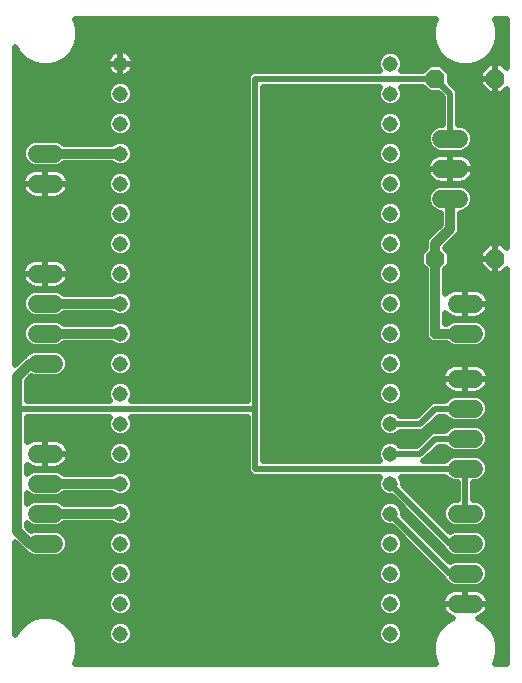
<source format=gbl>
G75*
%MOIN*%
%OFA0B0*%
%FSLAX25Y25*%
%IPPOS*%
%LPD*%
%AMOC8*
5,1,8,0,0,1.08239X$1,22.5*
%
%ADD10C,0.05937*%
%ADD11OC8,0.06300*%
%ADD12C,0.06000*%
%ADD13C,0.05150*%
%ADD14C,0.03200*%
%ADD15C,0.02000*%
D10*
X0018791Y0047000D02*
X0024728Y0047000D01*
X0024728Y0057000D02*
X0018791Y0057000D01*
X0018791Y0067000D02*
X0024728Y0067000D01*
X0024728Y0077000D02*
X0018791Y0077000D01*
X0018791Y0107000D02*
X0024728Y0107000D01*
X0024728Y0117000D02*
X0018791Y0117000D01*
X0018791Y0127000D02*
X0024728Y0127000D01*
X0024728Y0137000D02*
X0018791Y0137000D01*
X0018791Y0167000D02*
X0024728Y0167000D01*
X0024728Y0177000D02*
X0018791Y0177000D01*
X0158791Y0127000D02*
X0164728Y0127000D01*
X0164728Y0117000D02*
X0158791Y0117000D01*
X0158791Y0102000D02*
X0164728Y0102000D01*
X0164728Y0092000D02*
X0158791Y0092000D01*
X0158791Y0082000D02*
X0164728Y0082000D01*
X0164728Y0072000D02*
X0158791Y0072000D01*
X0158791Y0057000D02*
X0164728Y0057000D01*
X0164728Y0047000D02*
X0158791Y0047000D01*
X0158791Y0037000D02*
X0164728Y0037000D01*
X0164728Y0027000D02*
X0158791Y0027000D01*
D11*
X0151760Y0142000D03*
X0171760Y0142000D03*
X0171760Y0202000D03*
X0151760Y0202000D03*
D12*
X0153760Y0182000D02*
X0159760Y0182000D01*
X0159760Y0172000D02*
X0153760Y0172000D01*
X0153760Y0162000D02*
X0159760Y0162000D01*
D13*
X0136760Y0157000D03*
X0136760Y0167000D03*
X0136760Y0177000D03*
X0136760Y0187000D03*
X0136760Y0197000D03*
X0136760Y0207000D03*
X0136760Y0147000D03*
X0136760Y0137000D03*
X0136760Y0127000D03*
X0136760Y0117000D03*
X0136760Y0107000D03*
X0136760Y0097000D03*
X0136760Y0087000D03*
X0136760Y0077000D03*
X0136760Y0067000D03*
X0136760Y0057000D03*
X0136760Y0047000D03*
X0136760Y0037000D03*
X0136760Y0027000D03*
X0136760Y0017000D03*
X0046760Y0017000D03*
X0046760Y0027000D03*
X0046760Y0037000D03*
X0046760Y0047000D03*
X0046760Y0057000D03*
X0046760Y0067000D03*
X0046760Y0077000D03*
X0046760Y0087000D03*
X0046760Y0097000D03*
X0046760Y0107000D03*
X0046760Y0117000D03*
X0046760Y0127000D03*
X0046760Y0137000D03*
X0046760Y0147000D03*
X0046760Y0157000D03*
X0046760Y0167000D03*
X0046760Y0177000D03*
X0046760Y0187000D03*
X0046760Y0197000D03*
X0046760Y0207000D03*
D14*
X0046760Y0177000D02*
X0021760Y0177000D01*
X0021760Y0127000D02*
X0046760Y0127000D01*
X0046760Y0117000D02*
X0021760Y0117000D01*
X0021760Y0107000D02*
X0016760Y0107000D01*
X0012360Y0102600D01*
X0012360Y0092000D01*
X0012360Y0051400D01*
X0016760Y0047000D01*
X0021760Y0047000D01*
X0021760Y0057000D02*
X0046760Y0057000D01*
X0046760Y0067000D02*
X0021760Y0067000D01*
X0151760Y0117000D02*
X0151760Y0142000D01*
X0151760Y0147000D01*
X0156760Y0152000D01*
X0156760Y0162000D01*
X0161760Y0117000D02*
X0151760Y0117000D01*
D15*
X0011760Y0047475D02*
X0011760Y0016490D01*
X0013033Y0018696D01*
X0015064Y0020727D01*
X0017551Y0022162D01*
X0020324Y0022905D01*
X0023196Y0022905D01*
X0025969Y0022162D01*
X0028456Y0020727D01*
X0030487Y0018696D01*
X0031922Y0016209D01*
X0032665Y0013436D01*
X0032665Y0010564D01*
X0031922Y0007791D01*
X0031466Y0007000D01*
X0152054Y0007000D01*
X0151598Y0007791D01*
X0150854Y0010564D01*
X0150854Y0013436D01*
X0151598Y0016209D01*
X0153033Y0018696D01*
X0155064Y0020727D01*
X0157551Y0022162D01*
X0157579Y0022170D01*
X0156884Y0022396D01*
X0156187Y0022751D01*
X0155555Y0023210D01*
X0155002Y0023763D01*
X0154542Y0024396D01*
X0154187Y0025093D01*
X0153945Y0025837D01*
X0153823Y0026609D01*
X0153823Y0027000D01*
X0161760Y0027000D01*
X0169697Y0027000D01*
X0169697Y0027391D01*
X0169575Y0028163D01*
X0169333Y0028907D01*
X0168978Y0029604D01*
X0168518Y0030237D01*
X0167965Y0030790D01*
X0167333Y0031249D01*
X0166636Y0031604D01*
X0165892Y0031846D01*
X0165120Y0031968D01*
X0161760Y0031968D01*
X0158400Y0031968D01*
X0157628Y0031846D01*
X0156884Y0031604D01*
X0156187Y0031249D01*
X0155555Y0030790D01*
X0155002Y0030237D01*
X0154542Y0029604D01*
X0154187Y0028907D01*
X0153945Y0028163D01*
X0153823Y0027391D01*
X0153823Y0027000D01*
X0161760Y0027000D01*
X0161760Y0027000D01*
X0161760Y0027000D01*
X0161760Y0031968D01*
X0161760Y0027000D01*
X0169697Y0027000D01*
X0169697Y0026609D01*
X0169575Y0025837D01*
X0169333Y0025093D01*
X0168978Y0024396D01*
X0168518Y0023763D01*
X0167965Y0023210D01*
X0167333Y0022751D01*
X0166636Y0022396D01*
X0165941Y0022170D01*
X0165969Y0022162D01*
X0168456Y0020727D01*
X0170487Y0018696D01*
X0171922Y0016209D01*
X0172665Y0013436D01*
X0172665Y0010564D01*
X0171922Y0007791D01*
X0171466Y0007000D01*
X0175461Y0007000D01*
X0175461Y0138418D01*
X0173893Y0136850D01*
X0171760Y0136850D01*
X0171760Y0142000D01*
X0171760Y0142000D01*
X0171760Y0147150D01*
X0173893Y0147150D01*
X0175461Y0145582D01*
X0175461Y0198418D01*
X0173893Y0196850D01*
X0171760Y0196850D01*
X0171760Y0202000D01*
X0171760Y0202000D01*
X0171760Y0207150D01*
X0173893Y0207150D01*
X0175461Y0205582D01*
X0175461Y0221961D01*
X0171489Y0221961D01*
X0171922Y0221209D01*
X0172665Y0218436D01*
X0172665Y0215564D01*
X0171922Y0212791D01*
X0170487Y0210304D01*
X0168456Y0208273D01*
X0165969Y0206838D01*
X0163196Y0206094D01*
X0160324Y0206094D01*
X0157551Y0206838D01*
X0155064Y0208273D01*
X0153033Y0210304D01*
X0151598Y0212791D01*
X0150854Y0215564D01*
X0150854Y0218436D01*
X0151598Y0221209D01*
X0152031Y0221961D01*
X0031489Y0221961D01*
X0031922Y0221209D01*
X0032665Y0218436D01*
X0032665Y0215564D01*
X0031922Y0212791D01*
X0030487Y0210304D01*
X0028456Y0208273D01*
X0025969Y0206838D01*
X0023196Y0206094D01*
X0020324Y0206094D01*
X0017551Y0206838D01*
X0015064Y0208273D01*
X0013033Y0210304D01*
X0011760Y0212510D01*
X0011760Y0106525D01*
X0014047Y0108813D01*
X0014947Y0109713D01*
X0015111Y0109781D01*
X0016204Y0110873D01*
X0017883Y0111568D01*
X0025637Y0111568D01*
X0027316Y0110873D01*
X0028601Y0109588D01*
X0029297Y0107909D01*
X0029297Y0106091D01*
X0028601Y0104412D01*
X0027316Y0103127D01*
X0025637Y0102431D01*
X0017883Y0102431D01*
X0017058Y0102773D01*
X0015560Y0101275D01*
X0015560Y0094600D01*
X0043256Y0094600D01*
X0043221Y0094635D01*
X0042585Y0096170D01*
X0042585Y0097830D01*
X0043221Y0099365D01*
X0044395Y0100539D01*
X0045930Y0101175D01*
X0047590Y0101175D01*
X0049125Y0100539D01*
X0050299Y0099365D01*
X0050935Y0097830D01*
X0050935Y0096170D01*
X0050299Y0094635D01*
X0050264Y0094600D01*
X0089160Y0094600D01*
X0089160Y0202517D01*
X0089556Y0203473D01*
X0090287Y0204204D01*
X0091243Y0204600D01*
X0133256Y0204600D01*
X0133221Y0204635D01*
X0132585Y0206170D01*
X0132585Y0207830D01*
X0133221Y0209365D01*
X0134395Y0210539D01*
X0135930Y0211175D01*
X0137590Y0211175D01*
X0139125Y0210539D01*
X0140299Y0209365D01*
X0140935Y0207830D01*
X0140935Y0206170D01*
X0140299Y0204635D01*
X0140264Y0204600D01*
X0147642Y0204600D01*
X0149792Y0206750D01*
X0153727Y0206750D01*
X0156510Y0203968D01*
X0156510Y0200927D01*
X0158233Y0199204D01*
X0158964Y0198473D01*
X0159360Y0197517D01*
X0159360Y0186600D01*
X0160675Y0186600D01*
X0162366Y0185900D01*
X0163660Y0184606D01*
X0164360Y0182915D01*
X0164360Y0181085D01*
X0163660Y0179394D01*
X0162366Y0178100D01*
X0160675Y0177400D01*
X0152845Y0177400D01*
X0151154Y0178100D01*
X0149860Y0179394D01*
X0149160Y0181085D01*
X0149160Y0182915D01*
X0149860Y0184606D01*
X0151154Y0185900D01*
X0152845Y0186600D01*
X0154160Y0186600D01*
X0154160Y0195923D01*
X0152833Y0197250D01*
X0149792Y0197250D01*
X0147642Y0199400D01*
X0140264Y0199400D01*
X0140299Y0199365D01*
X0140935Y0197830D01*
X0140935Y0196170D01*
X0140299Y0194635D01*
X0139125Y0193461D01*
X0137590Y0192825D01*
X0135930Y0192825D01*
X0134395Y0193461D01*
X0133221Y0194635D01*
X0132585Y0196170D01*
X0132585Y0197830D01*
X0133221Y0199365D01*
X0133256Y0199400D01*
X0094360Y0199400D01*
X0094360Y0074600D01*
X0133256Y0074600D01*
X0133221Y0074635D01*
X0132585Y0076170D01*
X0132585Y0077830D01*
X0133221Y0079365D01*
X0134395Y0080539D01*
X0135930Y0081175D01*
X0137590Y0081175D01*
X0139125Y0080539D01*
X0140064Y0079600D01*
X0145683Y0079600D01*
X0150287Y0084204D01*
X0151243Y0084600D01*
X0154931Y0084600D01*
X0156204Y0085873D01*
X0157883Y0086568D01*
X0165637Y0086568D01*
X0167316Y0085873D01*
X0168601Y0084588D01*
X0169297Y0082909D01*
X0169297Y0081091D01*
X0168601Y0079412D01*
X0167316Y0078127D01*
X0165637Y0077431D01*
X0157883Y0077431D01*
X0156204Y0078127D01*
X0154931Y0079400D01*
X0152837Y0079400D01*
X0148964Y0075527D01*
X0148233Y0074796D01*
X0147760Y0074600D01*
X0154931Y0074600D01*
X0156204Y0075873D01*
X0157883Y0076568D01*
X0165637Y0076568D01*
X0167316Y0075873D01*
X0168601Y0074588D01*
X0169297Y0072909D01*
X0169297Y0071091D01*
X0168601Y0069412D01*
X0167316Y0068127D01*
X0165637Y0067431D01*
X0164360Y0067431D01*
X0164360Y0061568D01*
X0165637Y0061568D01*
X0167316Y0060873D01*
X0168601Y0059588D01*
X0169297Y0057909D01*
X0169297Y0056091D01*
X0168601Y0054412D01*
X0167316Y0053127D01*
X0165637Y0052431D01*
X0157883Y0052431D01*
X0156204Y0053127D01*
X0154918Y0054412D01*
X0154223Y0056091D01*
X0154223Y0057909D01*
X0154918Y0059588D01*
X0156204Y0060873D01*
X0157883Y0061568D01*
X0159160Y0061568D01*
X0159160Y0067431D01*
X0157883Y0067431D01*
X0156204Y0068127D01*
X0154931Y0069400D01*
X0140264Y0069400D01*
X0140299Y0069365D01*
X0140935Y0067830D01*
X0140935Y0066502D01*
X0156458Y0050979D01*
X0157883Y0051568D01*
X0165637Y0051568D01*
X0167316Y0050873D01*
X0168601Y0049588D01*
X0169297Y0047909D01*
X0169297Y0046091D01*
X0168601Y0044412D01*
X0167316Y0043127D01*
X0165637Y0042431D01*
X0157883Y0042431D01*
X0156204Y0043127D01*
X0154918Y0044412D01*
X0154386Y0045697D01*
X0137258Y0062825D01*
X0135930Y0062825D01*
X0134395Y0063461D01*
X0133221Y0064635D01*
X0132585Y0066170D01*
X0132585Y0067830D01*
X0133221Y0069365D01*
X0133256Y0069400D01*
X0091243Y0069400D01*
X0090287Y0069796D01*
X0089556Y0070527D01*
X0089160Y0071483D01*
X0089160Y0089400D01*
X0050264Y0089400D01*
X0050299Y0089365D01*
X0050935Y0087830D01*
X0050935Y0086170D01*
X0050299Y0084635D01*
X0049125Y0083461D01*
X0047590Y0082825D01*
X0045930Y0082825D01*
X0044395Y0083461D01*
X0043221Y0084635D01*
X0042585Y0086170D01*
X0042585Y0087830D01*
X0043221Y0089365D01*
X0043256Y0089400D01*
X0015560Y0089400D01*
X0015560Y0080794D01*
X0016187Y0081249D01*
X0016884Y0081604D01*
X0017628Y0081846D01*
X0018400Y0081968D01*
X0021760Y0081968D01*
X0021760Y0077000D01*
X0029697Y0077000D01*
X0029697Y0077391D01*
X0029575Y0078163D01*
X0029333Y0078907D01*
X0028978Y0079604D01*
X0028518Y0080237D01*
X0027965Y0080790D01*
X0027333Y0081249D01*
X0026636Y0081604D01*
X0025892Y0081846D01*
X0025120Y0081968D01*
X0021760Y0081968D01*
X0021760Y0077000D01*
X0021760Y0077000D01*
X0021760Y0077000D01*
X0029697Y0077000D01*
X0029697Y0076609D01*
X0029575Y0075837D01*
X0029333Y0075093D01*
X0028978Y0074396D01*
X0028518Y0073763D01*
X0027965Y0073210D01*
X0027333Y0072751D01*
X0026636Y0072396D01*
X0025892Y0072154D01*
X0025120Y0072031D01*
X0021760Y0072031D01*
X0021760Y0077000D01*
X0021760Y0077000D01*
X0021760Y0072031D01*
X0018400Y0072031D01*
X0017628Y0072154D01*
X0016884Y0072396D01*
X0016187Y0072751D01*
X0015560Y0073206D01*
X0015560Y0070229D01*
X0016204Y0070873D01*
X0017883Y0071568D01*
X0025637Y0071568D01*
X0027316Y0070873D01*
X0027989Y0070200D01*
X0044056Y0070200D01*
X0044395Y0070539D01*
X0045930Y0071175D01*
X0047590Y0071175D01*
X0049125Y0070539D01*
X0050299Y0069365D01*
X0050935Y0067830D01*
X0050935Y0066170D01*
X0050299Y0064635D01*
X0049125Y0063461D01*
X0047590Y0062825D01*
X0045930Y0062825D01*
X0044395Y0063461D01*
X0044056Y0063800D01*
X0027989Y0063800D01*
X0027316Y0063127D01*
X0025637Y0062431D01*
X0017883Y0062431D01*
X0016204Y0063127D01*
X0015560Y0063771D01*
X0015560Y0060229D01*
X0016204Y0060873D01*
X0017883Y0061568D01*
X0025637Y0061568D01*
X0027316Y0060873D01*
X0027989Y0060200D01*
X0044056Y0060200D01*
X0044395Y0060539D01*
X0045930Y0061175D01*
X0047590Y0061175D01*
X0049125Y0060539D01*
X0050299Y0059365D01*
X0050935Y0057830D01*
X0050935Y0056170D01*
X0050299Y0054635D01*
X0049125Y0053461D01*
X0047590Y0052825D01*
X0045930Y0052825D01*
X0044395Y0053461D01*
X0044056Y0053800D01*
X0027989Y0053800D01*
X0027316Y0053127D01*
X0025637Y0052431D01*
X0017883Y0052431D01*
X0016204Y0053127D01*
X0015560Y0053771D01*
X0015560Y0052725D01*
X0017058Y0051227D01*
X0017883Y0051568D01*
X0025637Y0051568D01*
X0027316Y0050873D01*
X0028601Y0049588D01*
X0029297Y0047909D01*
X0029297Y0046091D01*
X0028601Y0044412D01*
X0027316Y0043127D01*
X0025637Y0042431D01*
X0017883Y0042431D01*
X0016204Y0043127D01*
X0015111Y0044219D01*
X0014947Y0044287D01*
X0011760Y0047475D01*
X0011760Y0045967D02*
X0013267Y0045967D01*
X0011760Y0043969D02*
X0015362Y0043969D01*
X0011760Y0041970D02*
X0148113Y0041970D01*
X0150111Y0039972D02*
X0139692Y0039972D01*
X0139125Y0040539D02*
X0137590Y0041175D01*
X0135930Y0041175D01*
X0134395Y0040539D01*
X0133221Y0039365D01*
X0132585Y0037830D01*
X0132585Y0036170D01*
X0133221Y0034635D01*
X0134395Y0033461D01*
X0135930Y0032825D01*
X0137590Y0032825D01*
X0139125Y0033461D01*
X0140299Y0034635D01*
X0140935Y0036170D01*
X0140935Y0037830D01*
X0140299Y0039365D01*
X0139125Y0040539D01*
X0137590Y0042825D02*
X0139125Y0043461D01*
X0140299Y0044635D01*
X0140935Y0046170D01*
X0140935Y0047830D01*
X0140299Y0049365D01*
X0139125Y0050539D01*
X0137590Y0051175D01*
X0135930Y0051175D01*
X0134395Y0050539D01*
X0133221Y0049365D01*
X0132585Y0047830D01*
X0132585Y0046170D01*
X0133221Y0044635D01*
X0134395Y0043461D01*
X0135930Y0042825D01*
X0137590Y0042825D01*
X0139633Y0043969D02*
X0146114Y0043969D01*
X0144116Y0045967D02*
X0140851Y0045967D01*
X0140879Y0047966D02*
X0142117Y0047966D01*
X0140119Y0049964D02*
X0139700Y0049964D01*
X0138120Y0051963D02*
X0016323Y0051963D01*
X0015560Y0061955D02*
X0138128Y0061955D01*
X0137590Y0061175D02*
X0135930Y0061175D01*
X0134395Y0060539D01*
X0133221Y0059365D01*
X0132585Y0057830D01*
X0132585Y0056170D01*
X0133221Y0054635D01*
X0134395Y0053461D01*
X0135930Y0052825D01*
X0137258Y0052825D01*
X0154386Y0035697D01*
X0154918Y0034412D01*
X0156204Y0033127D01*
X0157883Y0032431D01*
X0165637Y0032431D01*
X0167316Y0033127D01*
X0168601Y0034412D01*
X0169297Y0036091D01*
X0169297Y0037909D01*
X0168601Y0039588D01*
X0167316Y0040873D01*
X0165637Y0041568D01*
X0157883Y0041568D01*
X0156458Y0040979D01*
X0140935Y0056502D01*
X0140935Y0057830D01*
X0140299Y0059365D01*
X0139125Y0060539D01*
X0137590Y0061175D01*
X0139707Y0059957D02*
X0140126Y0059957D01*
X0140882Y0057958D02*
X0142125Y0057958D01*
X0141477Y0055960D02*
X0144123Y0055960D01*
X0143476Y0053961D02*
X0146122Y0053961D01*
X0145474Y0051963D02*
X0148120Y0051963D01*
X0147473Y0049964D02*
X0150119Y0049964D01*
X0149471Y0047966D02*
X0152117Y0047966D01*
X0151470Y0045967D02*
X0154116Y0045967D01*
X0153468Y0043969D02*
X0155362Y0043969D01*
X0155467Y0041970D02*
X0175461Y0041970D01*
X0175461Y0039972D02*
X0168218Y0039972D01*
X0169270Y0037973D02*
X0175461Y0037973D01*
X0175461Y0035975D02*
X0169249Y0035975D01*
X0168166Y0033976D02*
X0175461Y0033976D01*
X0175461Y0031978D02*
X0011760Y0031978D01*
X0011760Y0033976D02*
X0043880Y0033976D01*
X0044395Y0033461D02*
X0043221Y0034635D01*
X0042585Y0036170D01*
X0042585Y0037830D01*
X0043221Y0039365D01*
X0044395Y0040539D01*
X0045930Y0041175D01*
X0047590Y0041175D01*
X0049125Y0040539D01*
X0050299Y0039365D01*
X0050935Y0037830D01*
X0050935Y0036170D01*
X0050299Y0034635D01*
X0049125Y0033461D01*
X0047590Y0032825D01*
X0045930Y0032825D01*
X0044395Y0033461D01*
X0045930Y0031175D02*
X0044395Y0030539D01*
X0043221Y0029365D01*
X0042585Y0027830D01*
X0042585Y0026170D01*
X0043221Y0024635D01*
X0044395Y0023461D01*
X0045930Y0022825D01*
X0047590Y0022825D01*
X0049125Y0023461D01*
X0050299Y0024635D01*
X0050935Y0026170D01*
X0050935Y0027830D01*
X0050299Y0029365D01*
X0049125Y0030539D01*
X0047590Y0031175D01*
X0045930Y0031175D01*
X0043835Y0029979D02*
X0011760Y0029979D01*
X0011760Y0027981D02*
X0042647Y0027981D01*
X0042663Y0025982D02*
X0011760Y0025982D01*
X0011760Y0023984D02*
X0043872Y0023984D01*
X0045930Y0021175D02*
X0044395Y0020539D01*
X0043221Y0019365D01*
X0042585Y0017830D01*
X0042585Y0016170D01*
X0043221Y0014635D01*
X0044395Y0013461D01*
X0045930Y0012825D01*
X0047590Y0012825D01*
X0049125Y0013461D01*
X0050299Y0014635D01*
X0050935Y0016170D01*
X0050935Y0017830D01*
X0050299Y0019365D01*
X0049125Y0020539D01*
X0047590Y0021175D01*
X0045930Y0021175D01*
X0043843Y0019987D02*
X0029196Y0019987D01*
X0030895Y0017988D02*
X0042651Y0017988D01*
X0042660Y0015990D02*
X0031981Y0015990D01*
X0032517Y0013991D02*
X0043865Y0013991D01*
X0049655Y0013991D02*
X0133865Y0013991D01*
X0134395Y0013461D02*
X0133221Y0014635D01*
X0132585Y0016170D01*
X0132585Y0017830D01*
X0133221Y0019365D01*
X0134395Y0020539D01*
X0135930Y0021175D01*
X0137590Y0021175D01*
X0139125Y0020539D01*
X0140299Y0019365D01*
X0140935Y0017830D01*
X0140935Y0016170D01*
X0140299Y0014635D01*
X0139125Y0013461D01*
X0137590Y0012825D01*
X0135930Y0012825D01*
X0134395Y0013461D01*
X0132660Y0015990D02*
X0050860Y0015990D01*
X0050869Y0017988D02*
X0132651Y0017988D01*
X0133843Y0019987D02*
X0049677Y0019987D01*
X0049648Y0023984D02*
X0133872Y0023984D01*
X0134395Y0023461D02*
X0135930Y0022825D01*
X0137590Y0022825D01*
X0139125Y0023461D01*
X0140299Y0024635D01*
X0140935Y0026170D01*
X0140935Y0027830D01*
X0140299Y0029365D01*
X0139125Y0030539D01*
X0137590Y0031175D01*
X0135930Y0031175D01*
X0134395Y0030539D01*
X0133221Y0029365D01*
X0132585Y0027830D01*
X0132585Y0026170D01*
X0133221Y0024635D01*
X0134395Y0023461D01*
X0132663Y0025982D02*
X0050857Y0025982D01*
X0050873Y0027981D02*
X0132647Y0027981D01*
X0133835Y0029979D02*
X0049685Y0029979D01*
X0049640Y0033976D02*
X0133880Y0033976D01*
X0132666Y0035975D02*
X0050854Y0035975D01*
X0050876Y0037973D02*
X0132644Y0037973D01*
X0133828Y0039972D02*
X0049692Y0039972D01*
X0049125Y0043461D02*
X0047590Y0042825D01*
X0045930Y0042825D01*
X0044395Y0043461D01*
X0043221Y0044635D01*
X0042585Y0046170D01*
X0042585Y0047830D01*
X0043221Y0049365D01*
X0044395Y0050539D01*
X0045930Y0051175D01*
X0047590Y0051175D01*
X0049125Y0050539D01*
X0050299Y0049365D01*
X0050935Y0047830D01*
X0050935Y0046170D01*
X0050299Y0044635D01*
X0049125Y0043461D01*
X0049633Y0043969D02*
X0133887Y0043969D01*
X0132669Y0045967D02*
X0050851Y0045967D01*
X0050879Y0047966D02*
X0132641Y0047966D01*
X0133820Y0049964D02*
X0049700Y0049964D01*
X0049625Y0053961D02*
X0133895Y0053961D01*
X0132672Y0055960D02*
X0050848Y0055960D01*
X0050882Y0057958D02*
X0132638Y0057958D01*
X0133813Y0059957D02*
X0049707Y0059957D01*
X0049618Y0063954D02*
X0133902Y0063954D01*
X0132675Y0065952D02*
X0050845Y0065952D01*
X0050885Y0067951D02*
X0132635Y0067951D01*
X0136760Y0067000D02*
X0156760Y0047000D01*
X0161760Y0047000D01*
X0155474Y0051963D02*
X0175461Y0051963D01*
X0175461Y0053961D02*
X0168151Y0053961D01*
X0169243Y0055960D02*
X0175461Y0055960D01*
X0175461Y0057958D02*
X0169276Y0057958D01*
X0168232Y0059957D02*
X0175461Y0059957D01*
X0175461Y0061955D02*
X0164360Y0061955D01*
X0164360Y0063954D02*
X0175461Y0063954D01*
X0175461Y0065952D02*
X0164360Y0065952D01*
X0166891Y0067951D02*
X0175461Y0067951D01*
X0175461Y0069949D02*
X0168824Y0069949D01*
X0169297Y0071948D02*
X0175461Y0071948D01*
X0175461Y0073946D02*
X0168867Y0073946D01*
X0167143Y0075945D02*
X0175461Y0075945D01*
X0175461Y0077943D02*
X0166873Y0077943D01*
X0168821Y0079942D02*
X0175461Y0079942D01*
X0175461Y0081940D02*
X0169297Y0081940D01*
X0168870Y0083939D02*
X0175461Y0083939D01*
X0175461Y0085937D02*
X0167161Y0085937D01*
X0166855Y0087936D02*
X0175461Y0087936D01*
X0175461Y0089934D02*
X0168818Y0089934D01*
X0168601Y0089412D02*
X0169297Y0091091D01*
X0169297Y0092909D01*
X0168601Y0094588D01*
X0167316Y0095873D01*
X0165637Y0096568D01*
X0157883Y0096568D01*
X0156204Y0095873D01*
X0154931Y0094600D01*
X0151243Y0094600D01*
X0150287Y0094204D01*
X0145683Y0089600D01*
X0140064Y0089600D01*
X0139125Y0090539D01*
X0137590Y0091175D01*
X0135930Y0091175D01*
X0134395Y0090539D01*
X0133221Y0089365D01*
X0132585Y0087830D01*
X0132585Y0086170D01*
X0133221Y0084635D01*
X0134395Y0083461D01*
X0135930Y0082825D01*
X0137590Y0082825D01*
X0139125Y0083461D01*
X0140064Y0084400D01*
X0147277Y0084400D01*
X0148233Y0084796D01*
X0148964Y0085527D01*
X0148964Y0085527D01*
X0152837Y0089400D01*
X0154931Y0089400D01*
X0156204Y0088127D01*
X0157883Y0087431D01*
X0165637Y0087431D01*
X0167316Y0088127D01*
X0168601Y0089412D01*
X0169297Y0091933D02*
X0175461Y0091933D01*
X0175461Y0093932D02*
X0168873Y0093932D01*
X0167179Y0095930D02*
X0175461Y0095930D01*
X0175461Y0097929D02*
X0167578Y0097929D01*
X0167333Y0097751D02*
X0167965Y0098210D01*
X0168518Y0098763D01*
X0168978Y0099396D01*
X0169333Y0100093D01*
X0169575Y0100837D01*
X0169697Y0101609D01*
X0169697Y0102000D01*
X0169697Y0102391D01*
X0169575Y0103163D01*
X0169333Y0103907D01*
X0168978Y0104604D01*
X0168518Y0105237D01*
X0167965Y0105790D01*
X0167333Y0106249D01*
X0166636Y0106604D01*
X0165892Y0106846D01*
X0165120Y0106968D01*
X0161760Y0106968D01*
X0158400Y0106968D01*
X0157628Y0106846D01*
X0156884Y0106604D01*
X0156187Y0106249D01*
X0155555Y0105790D01*
X0155002Y0105237D01*
X0154542Y0104604D01*
X0154187Y0103907D01*
X0153945Y0103163D01*
X0153823Y0102391D01*
X0153823Y0102000D01*
X0161760Y0102000D01*
X0169697Y0102000D01*
X0161760Y0102000D01*
X0161760Y0102000D01*
X0161760Y0102000D01*
X0161760Y0106968D01*
X0161760Y0102000D01*
X0161760Y0097031D01*
X0165120Y0097031D01*
X0165892Y0097154D01*
X0166636Y0097396D01*
X0167333Y0097751D01*
X0169249Y0099927D02*
X0175461Y0099927D01*
X0175461Y0101926D02*
X0169697Y0101926D01*
X0169324Y0103924D02*
X0175461Y0103924D01*
X0175461Y0105923D02*
X0167782Y0105923D01*
X0165637Y0112431D02*
X0167316Y0113127D01*
X0168601Y0114412D01*
X0169297Y0116091D01*
X0169297Y0117909D01*
X0168601Y0119588D01*
X0167316Y0120873D01*
X0165637Y0121568D01*
X0157883Y0121568D01*
X0156204Y0120873D01*
X0155531Y0120200D01*
X0154960Y0120200D01*
X0154960Y0123821D01*
X0155002Y0123763D01*
X0155555Y0123210D01*
X0156187Y0122751D01*
X0156884Y0122396D01*
X0157628Y0122154D01*
X0158400Y0122031D01*
X0161760Y0122031D01*
X0165120Y0122031D01*
X0165892Y0122154D01*
X0166636Y0122396D01*
X0167333Y0122751D01*
X0167965Y0123210D01*
X0168518Y0123763D01*
X0168978Y0124396D01*
X0169333Y0125093D01*
X0169575Y0125837D01*
X0169697Y0126609D01*
X0169697Y0127000D01*
X0169697Y0127391D01*
X0169575Y0128163D01*
X0169333Y0128907D01*
X0168978Y0129604D01*
X0168518Y0130237D01*
X0167965Y0130790D01*
X0167333Y0131249D01*
X0166636Y0131604D01*
X0165892Y0131846D01*
X0165120Y0131968D01*
X0161760Y0131968D01*
X0158400Y0131968D01*
X0157628Y0131846D01*
X0156884Y0131604D01*
X0156187Y0131249D01*
X0155555Y0130790D01*
X0155002Y0130237D01*
X0154960Y0130179D01*
X0154960Y0138482D01*
X0156510Y0140032D01*
X0156510Y0143968D01*
X0154960Y0145518D01*
X0154960Y0145675D01*
X0158573Y0149287D01*
X0159473Y0150187D01*
X0159960Y0151363D01*
X0159960Y0157400D01*
X0160675Y0157400D01*
X0162366Y0158100D01*
X0163660Y0159394D01*
X0164360Y0161085D01*
X0164360Y0162915D01*
X0163660Y0164606D01*
X0162366Y0165900D01*
X0160675Y0166600D01*
X0152845Y0166600D01*
X0151154Y0165900D01*
X0149860Y0164606D01*
X0149160Y0162915D01*
X0149160Y0161085D01*
X0149860Y0159394D01*
X0151154Y0158100D01*
X0152845Y0157400D01*
X0153560Y0157400D01*
X0153560Y0153325D01*
X0149047Y0148813D01*
X0148560Y0147637D01*
X0148560Y0145518D01*
X0147010Y0143968D01*
X0147010Y0140032D01*
X0148560Y0138482D01*
X0148560Y0116363D01*
X0149047Y0115187D01*
X0149947Y0114287D01*
X0151123Y0113800D01*
X0155531Y0113800D01*
X0156204Y0113127D01*
X0157883Y0112431D01*
X0165637Y0112431D01*
X0168106Y0113917D02*
X0175461Y0113917D01*
X0175461Y0115915D02*
X0169224Y0115915D01*
X0169295Y0117914D02*
X0175461Y0117914D01*
X0175461Y0119912D02*
X0168277Y0119912D01*
X0168624Y0123909D02*
X0175461Y0123909D01*
X0175461Y0121911D02*
X0154960Y0121911D01*
X0148560Y0121911D02*
X0094360Y0121911D01*
X0094360Y0123909D02*
X0133947Y0123909D01*
X0134395Y0123461D02*
X0135930Y0122825D01*
X0137590Y0122825D01*
X0139125Y0123461D01*
X0140299Y0124635D01*
X0140935Y0126170D01*
X0140935Y0127830D01*
X0140299Y0129365D01*
X0139125Y0130539D01*
X0137590Y0131175D01*
X0135930Y0131175D01*
X0134395Y0130539D01*
X0133221Y0129365D01*
X0132585Y0127830D01*
X0132585Y0126170D01*
X0133221Y0124635D01*
X0134395Y0123461D01*
X0135930Y0121175D02*
X0134395Y0120539D01*
X0133221Y0119365D01*
X0132585Y0117830D01*
X0132585Y0116170D01*
X0133221Y0114635D01*
X0134395Y0113461D01*
X0135930Y0112825D01*
X0137590Y0112825D01*
X0139125Y0113461D01*
X0140299Y0114635D01*
X0140935Y0116170D01*
X0140935Y0117830D01*
X0140299Y0119365D01*
X0139125Y0120539D01*
X0137590Y0121175D01*
X0135930Y0121175D01*
X0133768Y0119912D02*
X0094360Y0119912D01*
X0094360Y0117914D02*
X0132620Y0117914D01*
X0132691Y0115915D02*
X0094360Y0115915D01*
X0094360Y0113917D02*
X0133939Y0113917D01*
X0135930Y0111175D02*
X0134395Y0110539D01*
X0133221Y0109365D01*
X0132585Y0107830D01*
X0132585Y0106170D01*
X0133221Y0104635D01*
X0134395Y0103461D01*
X0135930Y0102825D01*
X0137590Y0102825D01*
X0139125Y0103461D01*
X0140299Y0104635D01*
X0140935Y0106170D01*
X0140935Y0107830D01*
X0140299Y0109365D01*
X0139125Y0110539D01*
X0137590Y0111175D01*
X0135930Y0111175D01*
X0133776Y0109920D02*
X0094360Y0109920D01*
X0094360Y0111918D02*
X0175461Y0111918D01*
X0175461Y0109920D02*
X0139744Y0109920D01*
X0140897Y0107921D02*
X0175461Y0107921D01*
X0161760Y0105923D02*
X0161760Y0105923D01*
X0161760Y0103924D02*
X0161760Y0103924D01*
X0161760Y0102000D02*
X0161760Y0102000D01*
X0161760Y0102000D01*
X0161760Y0097031D01*
X0158400Y0097031D01*
X0157628Y0097154D01*
X0156884Y0097396D01*
X0156187Y0097751D01*
X0155555Y0098210D01*
X0155002Y0098763D01*
X0154542Y0099396D01*
X0154187Y0100093D01*
X0153945Y0100837D01*
X0153823Y0101609D01*
X0153823Y0102000D01*
X0161760Y0102000D01*
X0161760Y0101926D02*
X0161760Y0101926D01*
X0161760Y0099927D02*
X0161760Y0099927D01*
X0161760Y0097929D02*
X0161760Y0097929D01*
X0156341Y0095930D02*
X0140836Y0095930D01*
X0140935Y0096170D02*
X0140299Y0094635D01*
X0139125Y0093461D01*
X0137590Y0092825D01*
X0135930Y0092825D01*
X0134395Y0093461D01*
X0133221Y0094635D01*
X0132585Y0096170D01*
X0132585Y0097830D01*
X0133221Y0099365D01*
X0134395Y0100539D01*
X0135930Y0101175D01*
X0137590Y0101175D01*
X0139125Y0100539D01*
X0140299Y0099365D01*
X0140935Y0097830D01*
X0140935Y0096170D01*
X0140894Y0097929D02*
X0155942Y0097929D01*
X0154271Y0099927D02*
X0139737Y0099927D01*
X0139588Y0103924D02*
X0154196Y0103924D01*
X0153823Y0101926D02*
X0094360Y0101926D01*
X0094360Y0103924D02*
X0133932Y0103924D01*
X0132687Y0105923D02*
X0094360Y0105923D01*
X0094360Y0107921D02*
X0132623Y0107921D01*
X0133783Y0099927D02*
X0094360Y0099927D01*
X0094360Y0097929D02*
X0132626Y0097929D01*
X0132684Y0095930D02*
X0094360Y0095930D01*
X0094360Y0093932D02*
X0133924Y0093932D01*
X0133790Y0089934D02*
X0094360Y0089934D01*
X0094360Y0087936D02*
X0132629Y0087936D01*
X0132681Y0085937D02*
X0094360Y0085937D01*
X0094360Y0083939D02*
X0133917Y0083939D01*
X0133798Y0079942D02*
X0094360Y0079942D01*
X0094360Y0081940D02*
X0148023Y0081940D01*
X0146025Y0079942D02*
X0139722Y0079942D01*
X0136760Y0077000D02*
X0146760Y0077000D01*
X0151760Y0082000D01*
X0161760Y0082000D01*
X0156647Y0077943D02*
X0151380Y0077943D01*
X0149382Y0075945D02*
X0156377Y0075945D01*
X0161760Y0072000D02*
X0091760Y0072000D01*
X0091760Y0092000D01*
X0091760Y0202000D01*
X0151760Y0202000D01*
X0156760Y0197000D01*
X0156760Y0182000D01*
X0159360Y0187862D02*
X0175461Y0187862D01*
X0175461Y0189860D02*
X0159360Y0189860D01*
X0159360Y0191859D02*
X0175461Y0191859D01*
X0175461Y0193857D02*
X0159360Y0193857D01*
X0159360Y0195856D02*
X0175461Y0195856D01*
X0175461Y0197854D02*
X0174897Y0197854D01*
X0171760Y0197854D02*
X0171760Y0197854D01*
X0171760Y0196850D02*
X0171760Y0202000D01*
X0171760Y0202000D01*
X0171760Y0202000D01*
X0166610Y0202000D01*
X0166610Y0204133D01*
X0169627Y0207150D01*
X0171760Y0207150D01*
X0171760Y0202000D01*
X0166610Y0202000D01*
X0166610Y0199867D01*
X0169627Y0196850D01*
X0171760Y0196850D01*
X0171760Y0199853D02*
X0171760Y0199853D01*
X0171760Y0201851D02*
X0171760Y0201851D01*
X0171760Y0203850D02*
X0171760Y0203850D01*
X0171760Y0205848D02*
X0171760Y0205848D01*
X0168325Y0205848D02*
X0154629Y0205848D01*
X0155803Y0207847D02*
X0140928Y0207847D01*
X0140802Y0205848D02*
X0148891Y0205848D01*
X0153492Y0209845D02*
X0139819Y0209845D01*
X0133701Y0209845D02*
X0050348Y0209845D01*
X0050249Y0209980D02*
X0049740Y0210489D01*
X0049158Y0210913D01*
X0048516Y0211240D01*
X0047831Y0211462D01*
X0047120Y0211575D01*
X0046760Y0211575D01*
X0046760Y0207000D01*
X0051335Y0207000D01*
X0051335Y0207360D01*
X0051222Y0208071D01*
X0051000Y0208756D01*
X0050673Y0209398D01*
X0050249Y0209980D01*
X0051258Y0207847D02*
X0132592Y0207847D01*
X0132718Y0205848D02*
X0051196Y0205848D01*
X0051222Y0205929D02*
X0051335Y0206640D01*
X0051335Y0207000D01*
X0046760Y0207000D01*
X0046760Y0207000D01*
X0046760Y0207000D01*
X0046760Y0202425D01*
X0047120Y0202425D01*
X0047831Y0202538D01*
X0048516Y0202760D01*
X0049158Y0203087D01*
X0049740Y0203511D01*
X0050249Y0204020D01*
X0050673Y0204602D01*
X0051000Y0205244D01*
X0051222Y0205929D01*
X0050079Y0203850D02*
X0089933Y0203850D01*
X0089160Y0201851D02*
X0011760Y0201851D01*
X0011760Y0199853D02*
X0043709Y0199853D01*
X0043221Y0199365D02*
X0042585Y0197830D01*
X0042585Y0196170D01*
X0043221Y0194635D01*
X0044395Y0193461D01*
X0045930Y0192825D01*
X0047590Y0192825D01*
X0049125Y0193461D01*
X0050299Y0194635D01*
X0050935Y0196170D01*
X0050935Y0197830D01*
X0050299Y0199365D01*
X0049125Y0200539D01*
X0047590Y0201175D01*
X0045930Y0201175D01*
X0044395Y0200539D01*
X0043221Y0199365D01*
X0042595Y0197854D02*
X0011760Y0197854D01*
X0011760Y0195856D02*
X0042715Y0195856D01*
X0043999Y0193857D02*
X0011760Y0193857D01*
X0011760Y0191859D02*
X0089160Y0191859D01*
X0089160Y0193857D02*
X0049521Y0193857D01*
X0050805Y0195856D02*
X0089160Y0195856D01*
X0089160Y0197854D02*
X0050925Y0197854D01*
X0049811Y0199853D02*
X0089160Y0199853D01*
X0094360Y0197854D02*
X0132595Y0197854D01*
X0132715Y0195856D02*
X0094360Y0195856D01*
X0094360Y0193857D02*
X0133999Y0193857D01*
X0135930Y0191175D02*
X0134395Y0190539D01*
X0133221Y0189365D01*
X0132585Y0187830D01*
X0132585Y0186170D01*
X0133221Y0184635D01*
X0134395Y0183461D01*
X0135930Y0182825D01*
X0137590Y0182825D01*
X0139125Y0183461D01*
X0140299Y0184635D01*
X0140935Y0186170D01*
X0140935Y0187830D01*
X0140299Y0189365D01*
X0139125Y0190539D01*
X0137590Y0191175D01*
X0135930Y0191175D01*
X0133716Y0189860D02*
X0094360Y0189860D01*
X0094360Y0187862D02*
X0132598Y0187862D01*
X0132712Y0185863D02*
X0094360Y0185863D01*
X0094360Y0183865D02*
X0133991Y0183865D01*
X0135930Y0181175D02*
X0134395Y0180539D01*
X0133221Y0179365D01*
X0132585Y0177830D01*
X0132585Y0176170D01*
X0133221Y0174635D01*
X0134395Y0173461D01*
X0135930Y0172825D01*
X0137590Y0172825D01*
X0139125Y0173461D01*
X0140299Y0174635D01*
X0140935Y0176170D01*
X0140935Y0177830D01*
X0140299Y0179365D01*
X0139125Y0180539D01*
X0137590Y0181175D01*
X0135930Y0181175D01*
X0133723Y0179868D02*
X0094360Y0179868D01*
X0094360Y0181866D02*
X0149160Y0181866D01*
X0149553Y0183865D02*
X0139529Y0183865D01*
X0140808Y0185863D02*
X0151118Y0185863D01*
X0154160Y0187862D02*
X0140922Y0187862D01*
X0139804Y0189860D02*
X0154160Y0189860D01*
X0154160Y0191859D02*
X0094360Y0191859D01*
X0089160Y0189860D02*
X0049804Y0189860D01*
X0050299Y0189365D02*
X0049125Y0190539D01*
X0047590Y0191175D01*
X0045930Y0191175D01*
X0044395Y0190539D01*
X0043221Y0189365D01*
X0042585Y0187830D01*
X0042585Y0186170D01*
X0043221Y0184635D01*
X0044395Y0183461D01*
X0045930Y0182825D01*
X0047590Y0182825D01*
X0049125Y0183461D01*
X0050299Y0184635D01*
X0050935Y0186170D01*
X0050935Y0187830D01*
X0050299Y0189365D01*
X0050922Y0187862D02*
X0089160Y0187862D01*
X0089160Y0185863D02*
X0050808Y0185863D01*
X0049529Y0183865D02*
X0089160Y0183865D01*
X0089160Y0181866D02*
X0011760Y0181866D01*
X0011760Y0179868D02*
X0015198Y0179868D01*
X0014918Y0179588D02*
X0014223Y0177909D01*
X0014223Y0176091D01*
X0014918Y0174412D01*
X0016204Y0173127D01*
X0017883Y0172431D01*
X0025637Y0172431D01*
X0027316Y0173127D01*
X0027989Y0173800D01*
X0044056Y0173800D01*
X0044395Y0173461D01*
X0045930Y0172825D01*
X0047590Y0172825D01*
X0049125Y0173461D01*
X0050299Y0174635D01*
X0050935Y0176170D01*
X0050935Y0177830D01*
X0050299Y0179365D01*
X0049125Y0180539D01*
X0047590Y0181175D01*
X0045930Y0181175D01*
X0044395Y0180539D01*
X0044056Y0180200D01*
X0027989Y0180200D01*
X0027316Y0180873D01*
X0025637Y0181568D01*
X0017883Y0181568D01*
X0016204Y0180873D01*
X0014918Y0179588D01*
X0014223Y0177869D02*
X0011760Y0177869D01*
X0011760Y0175870D02*
X0014314Y0175870D01*
X0015459Y0173872D02*
X0011760Y0173872D01*
X0011760Y0171873D02*
X0017800Y0171873D01*
X0017628Y0171846D02*
X0016884Y0171604D01*
X0016187Y0171249D01*
X0015555Y0170790D01*
X0015002Y0170237D01*
X0014542Y0169604D01*
X0014187Y0168907D01*
X0013945Y0168163D01*
X0013823Y0167391D01*
X0013823Y0167000D01*
X0021760Y0167000D01*
X0029697Y0167000D01*
X0029697Y0167391D01*
X0029575Y0168163D01*
X0029333Y0168907D01*
X0028978Y0169604D01*
X0028518Y0170237D01*
X0027965Y0170790D01*
X0027333Y0171249D01*
X0026636Y0171604D01*
X0025892Y0171846D01*
X0025120Y0171968D01*
X0021760Y0171968D01*
X0018400Y0171968D01*
X0017628Y0171846D01*
X0014739Y0169875D02*
X0011760Y0169875D01*
X0011760Y0167876D02*
X0013900Y0167876D01*
X0013823Y0167000D02*
X0013823Y0166609D01*
X0013945Y0165837D01*
X0014187Y0165093D01*
X0014542Y0164396D01*
X0015002Y0163763D01*
X0015555Y0163210D01*
X0016187Y0162751D01*
X0016884Y0162396D01*
X0017628Y0162154D01*
X0018400Y0162031D01*
X0021760Y0162031D01*
X0025120Y0162031D01*
X0025892Y0162154D01*
X0026636Y0162396D01*
X0027333Y0162751D01*
X0027965Y0163210D01*
X0028518Y0163763D01*
X0028978Y0164396D01*
X0029333Y0165093D01*
X0029575Y0165837D01*
X0029697Y0166609D01*
X0029697Y0167000D01*
X0021760Y0167000D01*
X0021760Y0167000D01*
X0021760Y0167000D01*
X0021760Y0171968D01*
X0021760Y0167000D01*
X0021760Y0162031D01*
X0021760Y0167000D01*
X0021760Y0167000D01*
X0021760Y0167000D01*
X0013823Y0167000D01*
X0013939Y0165878D02*
X0011760Y0165878D01*
X0011760Y0163879D02*
X0014917Y0163879D01*
X0011760Y0161881D02*
X0089160Y0161881D01*
X0089160Y0163879D02*
X0049543Y0163879D01*
X0049125Y0163461D02*
X0050299Y0164635D01*
X0050935Y0166170D01*
X0050935Y0167830D01*
X0050299Y0169365D01*
X0049125Y0170539D01*
X0047590Y0171175D01*
X0045930Y0171175D01*
X0044395Y0170539D01*
X0043221Y0169365D01*
X0042585Y0167830D01*
X0042585Y0166170D01*
X0043221Y0164635D01*
X0044395Y0163461D01*
X0045930Y0162825D01*
X0047590Y0162825D01*
X0049125Y0163461D01*
X0047590Y0161175D02*
X0045930Y0161175D01*
X0044395Y0160539D01*
X0043221Y0159365D01*
X0042585Y0157830D01*
X0042585Y0156170D01*
X0043221Y0154635D01*
X0044395Y0153461D01*
X0045930Y0152825D01*
X0047590Y0152825D01*
X0049125Y0153461D01*
X0050299Y0154635D01*
X0050935Y0156170D01*
X0050935Y0157830D01*
X0050299Y0159365D01*
X0049125Y0160539D01*
X0047590Y0161175D01*
X0049782Y0159882D02*
X0089160Y0159882D01*
X0089160Y0157884D02*
X0050913Y0157884D01*
X0050817Y0155885D02*
X0089160Y0155885D01*
X0089160Y0153887D02*
X0049551Y0153887D01*
X0047590Y0151175D02*
X0045930Y0151175D01*
X0044395Y0150539D01*
X0043221Y0149365D01*
X0042585Y0147830D01*
X0042585Y0146170D01*
X0043221Y0144635D01*
X0044395Y0143461D01*
X0045930Y0142825D01*
X0047590Y0142825D01*
X0049125Y0143461D01*
X0050299Y0144635D01*
X0050935Y0146170D01*
X0050935Y0147830D01*
X0050299Y0149365D01*
X0049125Y0150539D01*
X0047590Y0151175D01*
X0049774Y0149890D02*
X0089160Y0149890D01*
X0089160Y0151888D02*
X0011760Y0151888D01*
X0011760Y0149890D02*
X0043746Y0149890D01*
X0042610Y0147891D02*
X0011760Y0147891D01*
X0011760Y0145893D02*
X0042700Y0145893D01*
X0043962Y0143894D02*
X0011760Y0143894D01*
X0011760Y0141896D02*
X0017941Y0141896D01*
X0017628Y0141846D02*
X0016884Y0141604D01*
X0016187Y0141249D01*
X0015555Y0140790D01*
X0015002Y0140237D01*
X0014542Y0139604D01*
X0014187Y0138907D01*
X0013945Y0138163D01*
X0013823Y0137391D01*
X0013823Y0137000D01*
X0021760Y0137000D01*
X0029697Y0137000D01*
X0029697Y0137391D01*
X0029575Y0138163D01*
X0029333Y0138907D01*
X0028978Y0139604D01*
X0028518Y0140237D01*
X0027965Y0140790D01*
X0027333Y0141249D01*
X0026636Y0141604D01*
X0025892Y0141846D01*
X0025120Y0141968D01*
X0021760Y0141968D01*
X0018400Y0141968D01*
X0017628Y0141846D01*
X0014755Y0139897D02*
X0011760Y0139897D01*
X0011760Y0137899D02*
X0013903Y0137899D01*
X0013823Y0137000D02*
X0013823Y0136609D01*
X0013945Y0135837D01*
X0014187Y0135093D01*
X0014542Y0134396D01*
X0015002Y0133763D01*
X0015555Y0133210D01*
X0016187Y0132751D01*
X0016884Y0132396D01*
X0017628Y0132154D01*
X0018400Y0132031D01*
X0021760Y0132031D01*
X0025120Y0132031D01*
X0025892Y0132154D01*
X0026636Y0132396D01*
X0027333Y0132751D01*
X0027965Y0133210D01*
X0028518Y0133763D01*
X0028978Y0134396D01*
X0029333Y0135093D01*
X0029575Y0135837D01*
X0029697Y0136609D01*
X0029697Y0137000D01*
X0021760Y0137000D01*
X0021760Y0137000D01*
X0021760Y0137000D01*
X0021760Y0141968D01*
X0021760Y0137000D01*
X0021760Y0132031D01*
X0021760Y0137000D01*
X0021760Y0137000D01*
X0021760Y0137000D01*
X0013823Y0137000D01*
X0013935Y0135900D02*
X0011760Y0135900D01*
X0011760Y0133902D02*
X0014901Y0133902D01*
X0016204Y0130873D02*
X0017883Y0131568D01*
X0025637Y0131568D01*
X0027316Y0130873D01*
X0027989Y0130200D01*
X0044056Y0130200D01*
X0044395Y0130539D01*
X0045930Y0131175D01*
X0047590Y0131175D01*
X0049125Y0130539D01*
X0050299Y0129365D01*
X0050935Y0127830D01*
X0050935Y0126170D01*
X0050299Y0124635D01*
X0049125Y0123461D01*
X0047590Y0122825D01*
X0045930Y0122825D01*
X0044395Y0123461D01*
X0044056Y0123800D01*
X0027989Y0123800D01*
X0027316Y0123127D01*
X0025637Y0122431D01*
X0017883Y0122431D01*
X0016204Y0123127D01*
X0014918Y0124412D01*
X0014223Y0126091D01*
X0014223Y0127909D01*
X0014918Y0129588D01*
X0016204Y0130873D01*
X0015235Y0129905D02*
X0011760Y0129905D01*
X0011760Y0131903D02*
X0089160Y0131903D01*
X0089160Y0129905D02*
X0049759Y0129905D01*
X0050903Y0127906D02*
X0089160Y0127906D01*
X0089160Y0125908D02*
X0050826Y0125908D01*
X0049573Y0123909D02*
X0089160Y0123909D01*
X0089160Y0121911D02*
X0011760Y0121911D01*
X0011760Y0123909D02*
X0015421Y0123909D01*
X0014299Y0125908D02*
X0011760Y0125908D01*
X0011760Y0127906D02*
X0014223Y0127906D01*
X0016204Y0120873D02*
X0014918Y0119588D01*
X0014223Y0117909D01*
X0014223Y0116091D01*
X0014918Y0114412D01*
X0016204Y0113127D01*
X0017883Y0112431D01*
X0025637Y0112431D01*
X0027316Y0113127D01*
X0027989Y0113800D01*
X0044056Y0113800D01*
X0044395Y0113461D01*
X0045930Y0112825D01*
X0047590Y0112825D01*
X0049125Y0113461D01*
X0050299Y0114635D01*
X0050935Y0116170D01*
X0050935Y0117830D01*
X0050299Y0119365D01*
X0049125Y0120539D01*
X0047590Y0121175D01*
X0045930Y0121175D01*
X0044395Y0120539D01*
X0044056Y0120200D01*
X0027989Y0120200D01*
X0027316Y0120873D01*
X0025637Y0121568D01*
X0017883Y0121568D01*
X0016204Y0120873D01*
X0015243Y0119912D02*
X0011760Y0119912D01*
X0011760Y0117914D02*
X0014225Y0117914D01*
X0014296Y0115915D02*
X0011760Y0115915D01*
X0011760Y0113917D02*
X0015414Y0113917D01*
X0015250Y0109920D02*
X0011760Y0109920D01*
X0011760Y0111918D02*
X0089160Y0111918D01*
X0089160Y0109920D02*
X0049744Y0109920D01*
X0050299Y0109365D02*
X0049125Y0110539D01*
X0047590Y0111175D01*
X0045930Y0111175D01*
X0044395Y0110539D01*
X0043221Y0109365D01*
X0042585Y0107830D01*
X0042585Y0106170D01*
X0043221Y0104635D01*
X0044395Y0103461D01*
X0045930Y0102825D01*
X0047590Y0102825D01*
X0049125Y0103461D01*
X0050299Y0104635D01*
X0050935Y0106170D01*
X0050935Y0107830D01*
X0050299Y0109365D01*
X0050897Y0107921D02*
X0089160Y0107921D01*
X0089160Y0105923D02*
X0050832Y0105923D01*
X0049588Y0103924D02*
X0089160Y0103924D01*
X0089160Y0101926D02*
X0016211Y0101926D01*
X0015560Y0099927D02*
X0043783Y0099927D01*
X0042626Y0097929D02*
X0015560Y0097929D01*
X0015560Y0095930D02*
X0042684Y0095930D01*
X0042629Y0087936D02*
X0015560Y0087936D01*
X0015560Y0085937D02*
X0042681Y0085937D01*
X0043917Y0083939D02*
X0015560Y0083939D01*
X0015560Y0081940D02*
X0018223Y0081940D01*
X0021760Y0081940D02*
X0021760Y0081940D01*
X0021760Y0079942D02*
X0021760Y0079942D01*
X0021760Y0077943D02*
X0021760Y0077943D01*
X0021760Y0075945D02*
X0021760Y0075945D01*
X0021760Y0073946D02*
X0021760Y0073946D01*
X0015560Y0071948D02*
X0089160Y0071948D01*
X0089160Y0073946D02*
X0049610Y0073946D01*
X0049125Y0073461D02*
X0047590Y0072825D01*
X0045930Y0072825D01*
X0044395Y0073461D01*
X0043221Y0074635D01*
X0042585Y0076170D01*
X0042585Y0077830D01*
X0043221Y0079365D01*
X0044395Y0080539D01*
X0045930Y0081175D01*
X0047590Y0081175D01*
X0049125Y0080539D01*
X0050299Y0079365D01*
X0050935Y0077830D01*
X0050935Y0076170D01*
X0050299Y0074635D01*
X0049125Y0073461D01*
X0050842Y0075945D02*
X0089160Y0075945D01*
X0089160Y0077943D02*
X0050888Y0077943D01*
X0049722Y0079942D02*
X0089160Y0079942D01*
X0089160Y0081940D02*
X0025297Y0081940D01*
X0028732Y0079942D02*
X0043798Y0079942D01*
X0042632Y0077943D02*
X0029609Y0077943D01*
X0029592Y0075945D02*
X0042678Y0075945D01*
X0043910Y0073946D02*
X0028651Y0073946D01*
X0012360Y0092000D02*
X0091760Y0092000D01*
X0089160Y0087936D02*
X0050891Y0087936D01*
X0050839Y0085937D02*
X0089160Y0085937D01*
X0089160Y0083939D02*
X0049603Y0083939D01*
X0050836Y0095930D02*
X0089160Y0095930D01*
X0089160Y0097929D02*
X0050894Y0097929D01*
X0049737Y0099927D02*
X0089160Y0099927D01*
X0094360Y0091933D02*
X0148016Y0091933D01*
X0146018Y0089934D02*
X0139730Y0089934D01*
X0139596Y0093932D02*
X0150015Y0093932D01*
X0151760Y0092000D02*
X0146760Y0087000D01*
X0136760Y0087000D01*
X0139603Y0083939D02*
X0150022Y0083939D01*
X0149374Y0085937D02*
X0156359Y0085937D01*
X0156665Y0087936D02*
X0151373Y0087936D01*
X0151760Y0092000D02*
X0161760Y0092000D01*
X0155738Y0105923D02*
X0140832Y0105923D01*
X0139581Y0113917D02*
X0150842Y0113917D01*
X0148746Y0115915D02*
X0140829Y0115915D01*
X0140900Y0117914D02*
X0148560Y0117914D01*
X0148560Y0119912D02*
X0139752Y0119912D01*
X0139573Y0123909D02*
X0148560Y0123909D01*
X0148560Y0125908D02*
X0140826Y0125908D01*
X0140903Y0127906D02*
X0148560Y0127906D01*
X0148560Y0129905D02*
X0139759Y0129905D01*
X0139125Y0133461D02*
X0137590Y0132825D01*
X0135930Y0132825D01*
X0134395Y0133461D01*
X0133221Y0134635D01*
X0132585Y0136170D01*
X0132585Y0137830D01*
X0133221Y0139365D01*
X0134395Y0140539D01*
X0135930Y0141175D01*
X0137590Y0141175D01*
X0139125Y0140539D01*
X0140299Y0139365D01*
X0140935Y0137830D01*
X0140935Y0136170D01*
X0140299Y0134635D01*
X0139125Y0133461D01*
X0139566Y0133902D02*
X0148560Y0133902D01*
X0148560Y0135900D02*
X0140823Y0135900D01*
X0140906Y0137899D02*
X0148560Y0137899D01*
X0147145Y0139897D02*
X0139767Y0139897D01*
X0139125Y0143461D02*
X0137590Y0142825D01*
X0135930Y0142825D01*
X0134395Y0143461D01*
X0133221Y0144635D01*
X0132585Y0146170D01*
X0132585Y0147830D01*
X0133221Y0149365D01*
X0134395Y0150539D01*
X0135930Y0151175D01*
X0137590Y0151175D01*
X0139125Y0150539D01*
X0140299Y0149365D01*
X0140935Y0147830D01*
X0140935Y0146170D01*
X0140299Y0144635D01*
X0139125Y0143461D01*
X0139558Y0143894D02*
X0147010Y0143894D01*
X0147010Y0141896D02*
X0094360Y0141896D01*
X0094360Y0143894D02*
X0133962Y0143894D01*
X0132700Y0145893D02*
X0094360Y0145893D01*
X0094360Y0147891D02*
X0132610Y0147891D01*
X0133746Y0149890D02*
X0094360Y0149890D01*
X0094360Y0151888D02*
X0152123Y0151888D01*
X0153560Y0153887D02*
X0139551Y0153887D01*
X0139125Y0153461D02*
X0140299Y0154635D01*
X0140935Y0156170D01*
X0140935Y0157830D01*
X0140299Y0159365D01*
X0139125Y0160539D01*
X0137590Y0161175D01*
X0135930Y0161175D01*
X0134395Y0160539D01*
X0133221Y0159365D01*
X0132585Y0157830D01*
X0132585Y0156170D01*
X0133221Y0154635D01*
X0134395Y0153461D01*
X0135930Y0152825D01*
X0137590Y0152825D01*
X0139125Y0153461D01*
X0140817Y0155885D02*
X0153560Y0155885D01*
X0151677Y0157884D02*
X0140913Y0157884D01*
X0139782Y0159882D02*
X0149658Y0159882D01*
X0149160Y0161881D02*
X0094360Y0161881D01*
X0094360Y0163879D02*
X0133977Y0163879D01*
X0134395Y0163461D02*
X0135930Y0162825D01*
X0137590Y0162825D01*
X0139125Y0163461D01*
X0140299Y0164635D01*
X0140935Y0166170D01*
X0140935Y0167830D01*
X0140299Y0169365D01*
X0139125Y0170539D01*
X0137590Y0171175D01*
X0135930Y0171175D01*
X0134395Y0170539D01*
X0133221Y0169365D01*
X0132585Y0167830D01*
X0132585Y0166170D01*
X0133221Y0164635D01*
X0134395Y0163461D01*
X0132706Y0165878D02*
X0094360Y0165878D01*
X0094360Y0167876D02*
X0132604Y0167876D01*
X0133731Y0169875D02*
X0094360Y0169875D01*
X0094360Y0171873D02*
X0148760Y0171873D01*
X0148760Y0172000D02*
X0148760Y0171606D01*
X0148883Y0170829D01*
X0149126Y0170081D01*
X0149484Y0169379D01*
X0149946Y0168743D01*
X0150503Y0168186D01*
X0151139Y0167724D01*
X0151841Y0167366D01*
X0152589Y0167123D01*
X0153366Y0167000D01*
X0156760Y0167000D01*
X0160153Y0167000D01*
X0160931Y0167123D01*
X0161679Y0167366D01*
X0162381Y0167724D01*
X0163017Y0168186D01*
X0163574Y0168743D01*
X0164036Y0169379D01*
X0164394Y0170081D01*
X0164637Y0170829D01*
X0164760Y0171606D01*
X0164760Y0172000D01*
X0164760Y0172394D01*
X0164637Y0173171D01*
X0164394Y0173919D01*
X0164036Y0174621D01*
X0163574Y0175257D01*
X0163017Y0175814D01*
X0162381Y0176276D01*
X0161679Y0176634D01*
X0160931Y0176877D01*
X0160153Y0177000D01*
X0156760Y0177000D01*
X0156760Y0172000D01*
X0164760Y0172000D01*
X0156760Y0172000D01*
X0156760Y0172000D01*
X0156760Y0172000D01*
X0156760Y0167000D01*
X0156760Y0172000D01*
X0156760Y0172000D01*
X0156760Y0177000D01*
X0153366Y0177000D01*
X0152589Y0176877D01*
X0151841Y0176634D01*
X0151139Y0176276D01*
X0150503Y0175814D01*
X0149946Y0175257D01*
X0149484Y0174621D01*
X0149126Y0173919D01*
X0148883Y0173171D01*
X0148760Y0172394D01*
X0148760Y0172000D01*
X0156760Y0172000D01*
X0156760Y0172000D01*
X0148760Y0172000D01*
X0149111Y0173872D02*
X0139536Y0173872D01*
X0140811Y0175870D02*
X0150581Y0175870D01*
X0151713Y0177869D02*
X0140919Y0177869D01*
X0139797Y0179868D02*
X0149664Y0179868D01*
X0156760Y0175870D02*
X0156760Y0175870D01*
X0156760Y0173872D02*
X0156760Y0173872D01*
X0156760Y0171873D02*
X0156760Y0171873D01*
X0156760Y0169875D02*
X0156760Y0169875D01*
X0156760Y0167876D02*
X0156760Y0167876D01*
X0150929Y0167876D02*
X0140916Y0167876D01*
X0140814Y0165878D02*
X0151133Y0165878D01*
X0149559Y0163879D02*
X0139543Y0163879D01*
X0139789Y0169875D02*
X0149231Y0169875D01*
X0159960Y0155885D02*
X0175461Y0155885D01*
X0175461Y0153887D02*
X0159960Y0153887D01*
X0159960Y0151888D02*
X0175461Y0151888D01*
X0175461Y0149890D02*
X0159175Y0149890D01*
X0157177Y0147891D02*
X0175461Y0147891D01*
X0175461Y0145893D02*
X0175150Y0145893D01*
X0171760Y0145893D02*
X0171760Y0145893D01*
X0171760Y0147150D02*
X0169627Y0147150D01*
X0166610Y0144133D01*
X0166610Y0142000D01*
X0171760Y0142000D01*
X0171760Y0142000D01*
X0171760Y0142000D01*
X0171760Y0147150D01*
X0171760Y0143894D02*
X0171760Y0143894D01*
X0171760Y0142000D02*
X0166610Y0142000D01*
X0166610Y0139867D01*
X0169627Y0136850D01*
X0171760Y0136850D01*
X0171760Y0142000D01*
X0171760Y0141896D02*
X0171760Y0141896D01*
X0171760Y0139897D02*
X0171760Y0139897D01*
X0171760Y0137899D02*
X0171760Y0137899D01*
X0168578Y0137899D02*
X0154960Y0137899D01*
X0154960Y0135900D02*
X0175461Y0135900D01*
X0175461Y0133902D02*
X0154960Y0133902D01*
X0154960Y0131903D02*
X0157988Y0131903D01*
X0161760Y0131903D02*
X0161760Y0131903D01*
X0161760Y0131968D02*
X0161760Y0127000D01*
X0169697Y0127000D01*
X0161760Y0127000D01*
X0161760Y0127000D01*
X0161760Y0127000D01*
X0161760Y0131968D01*
X0161760Y0129905D02*
X0161760Y0129905D01*
X0161760Y0127906D02*
X0161760Y0127906D01*
X0161760Y0127000D02*
X0161760Y0122031D01*
X0161760Y0127000D01*
X0161760Y0127000D01*
X0161760Y0125908D02*
X0161760Y0125908D01*
X0161760Y0123909D02*
X0161760Y0123909D01*
X0169586Y0125908D02*
X0175461Y0125908D01*
X0175461Y0127906D02*
X0169615Y0127906D01*
X0168759Y0129905D02*
X0175461Y0129905D01*
X0175461Y0131903D02*
X0165532Y0131903D01*
X0166610Y0139897D02*
X0156375Y0139897D01*
X0156510Y0141896D02*
X0166610Y0141896D01*
X0166610Y0143894D02*
X0156510Y0143894D01*
X0155178Y0145893D02*
X0168370Y0145893D01*
X0174942Y0137899D02*
X0175461Y0137899D01*
X0175461Y0157884D02*
X0161843Y0157884D01*
X0163862Y0159882D02*
X0175461Y0159882D01*
X0175461Y0161881D02*
X0164360Y0161881D01*
X0163961Y0163879D02*
X0175461Y0163879D01*
X0175461Y0165878D02*
X0162387Y0165878D01*
X0162591Y0167876D02*
X0175461Y0167876D01*
X0175461Y0169875D02*
X0164289Y0169875D01*
X0164760Y0171873D02*
X0175461Y0171873D01*
X0175461Y0173872D02*
X0164409Y0173872D01*
X0162939Y0175870D02*
X0175461Y0175870D01*
X0175461Y0177869D02*
X0161807Y0177869D01*
X0163856Y0179868D02*
X0175461Y0179868D01*
X0175461Y0181866D02*
X0164360Y0181866D01*
X0163967Y0183865D02*
X0175461Y0183865D01*
X0175461Y0185863D02*
X0162402Y0185863D01*
X0154160Y0193857D02*
X0139521Y0193857D01*
X0140805Y0195856D02*
X0154160Y0195856D01*
X0157584Y0199853D02*
X0166624Y0199853D01*
X0166610Y0201851D02*
X0156510Y0201851D01*
X0156510Y0203850D02*
X0166610Y0203850D01*
X0167717Y0207847D02*
X0175461Y0207847D01*
X0175461Y0209845D02*
X0170028Y0209845D01*
X0171376Y0211844D02*
X0175461Y0211844D01*
X0175461Y0213842D02*
X0172204Y0213842D01*
X0172665Y0215841D02*
X0175461Y0215841D01*
X0175461Y0217839D02*
X0172665Y0217839D01*
X0172290Y0219838D02*
X0175461Y0219838D01*
X0175461Y0221836D02*
X0171560Y0221836D01*
X0175195Y0205848D02*
X0175461Y0205848D01*
X0168623Y0197854D02*
X0159220Y0197854D01*
X0149188Y0197854D02*
X0140925Y0197854D01*
X0152144Y0211844D02*
X0031376Y0211844D01*
X0032204Y0213842D02*
X0151316Y0213842D01*
X0150854Y0215841D02*
X0032665Y0215841D01*
X0032665Y0217839D02*
X0150854Y0217839D01*
X0151230Y0219838D02*
X0032290Y0219838D01*
X0031560Y0221836D02*
X0151960Y0221836D01*
X0132601Y0177869D02*
X0094360Y0177869D01*
X0094360Y0175870D02*
X0132709Y0175870D01*
X0133984Y0173872D02*
X0094360Y0173872D01*
X0089160Y0173872D02*
X0049536Y0173872D01*
X0050811Y0175870D02*
X0089160Y0175870D01*
X0089160Y0177869D02*
X0050919Y0177869D01*
X0049797Y0179868D02*
X0089160Y0179868D01*
X0089160Y0171873D02*
X0025720Y0171873D01*
X0028781Y0169875D02*
X0043731Y0169875D01*
X0042604Y0167876D02*
X0029620Y0167876D01*
X0029581Y0165878D02*
X0042706Y0165878D01*
X0043977Y0163879D02*
X0028603Y0163879D01*
X0021760Y0163879D02*
X0021760Y0163879D01*
X0021760Y0165878D02*
X0021760Y0165878D01*
X0021760Y0167876D02*
X0021760Y0167876D01*
X0021760Y0169875D02*
X0021760Y0169875D01*
X0021760Y0171873D02*
X0021760Y0171873D01*
X0011760Y0159882D02*
X0043738Y0159882D01*
X0042607Y0157884D02*
X0011760Y0157884D01*
X0011760Y0155885D02*
X0042703Y0155885D01*
X0043969Y0153887D02*
X0011760Y0153887D01*
X0021760Y0141896D02*
X0021760Y0141896D01*
X0021760Y0139897D02*
X0021760Y0139897D01*
X0021760Y0137899D02*
X0021760Y0137899D01*
X0021760Y0135900D02*
X0021760Y0135900D01*
X0021760Y0133902D02*
X0021760Y0133902D01*
X0025579Y0141896D02*
X0089160Y0141896D01*
X0089160Y0143894D02*
X0049558Y0143894D01*
X0050820Y0145893D02*
X0089160Y0145893D01*
X0089160Y0147891D02*
X0050910Y0147891D01*
X0047590Y0141175D02*
X0045930Y0141175D01*
X0044395Y0140539D01*
X0043221Y0139365D01*
X0042585Y0137830D01*
X0042585Y0136170D01*
X0043221Y0134635D01*
X0044395Y0133461D01*
X0045930Y0132825D01*
X0047590Y0132825D01*
X0049125Y0133461D01*
X0050299Y0134635D01*
X0050935Y0136170D01*
X0050935Y0137830D01*
X0050299Y0139365D01*
X0049125Y0140539D01*
X0047590Y0141175D01*
X0049767Y0139897D02*
X0089160Y0139897D01*
X0089160Y0137899D02*
X0050906Y0137899D01*
X0050823Y0135900D02*
X0089160Y0135900D01*
X0089160Y0133902D02*
X0049566Y0133902D01*
X0043954Y0133902D02*
X0028619Y0133902D01*
X0029585Y0135900D02*
X0042697Y0135900D01*
X0042614Y0137899D02*
X0029617Y0137899D01*
X0028765Y0139897D02*
X0043753Y0139897D01*
X0049752Y0119912D02*
X0089160Y0119912D01*
X0089160Y0117914D02*
X0050900Y0117914D01*
X0050829Y0115915D02*
X0089160Y0115915D01*
X0089160Y0113917D02*
X0049581Y0113917D01*
X0043776Y0109920D02*
X0028270Y0109920D01*
X0029292Y0107921D02*
X0042623Y0107921D01*
X0042687Y0105923D02*
X0029227Y0105923D01*
X0028113Y0103924D02*
X0043932Y0103924D01*
X0049715Y0069949D02*
X0090134Y0069949D01*
X0094360Y0075945D02*
X0132678Y0075945D01*
X0132632Y0077943D02*
X0094360Y0077943D01*
X0094360Y0125908D02*
X0132694Y0125908D01*
X0132617Y0127906D02*
X0094360Y0127906D01*
X0094360Y0129905D02*
X0133761Y0129905D01*
X0133954Y0133902D02*
X0094360Y0133902D01*
X0094360Y0135900D02*
X0132697Y0135900D01*
X0132614Y0137899D02*
X0094360Y0137899D01*
X0094360Y0139897D02*
X0133753Y0139897D01*
X0140820Y0145893D02*
X0148560Y0145893D01*
X0148666Y0147891D02*
X0140910Y0147891D01*
X0139774Y0149890D02*
X0150124Y0149890D01*
X0148560Y0131903D02*
X0094360Y0131903D01*
X0094360Y0153887D02*
X0133969Y0153887D01*
X0132703Y0155885D02*
X0094360Y0155885D01*
X0094360Y0157884D02*
X0132607Y0157884D01*
X0133738Y0159882D02*
X0094360Y0159882D01*
X0089160Y0165878D02*
X0050814Y0165878D01*
X0050916Y0167876D02*
X0089160Y0167876D01*
X0089160Y0169875D02*
X0049789Y0169875D01*
X0043991Y0183865D02*
X0011760Y0183865D01*
X0011760Y0185863D02*
X0042712Y0185863D01*
X0042598Y0187862D02*
X0011760Y0187862D01*
X0011760Y0189860D02*
X0043716Y0189860D01*
X0045689Y0202538D02*
X0046400Y0202425D01*
X0046760Y0202425D01*
X0046760Y0207000D01*
X0046760Y0207000D01*
X0046760Y0207000D01*
X0042185Y0207000D01*
X0042185Y0207360D01*
X0042298Y0208071D01*
X0042520Y0208756D01*
X0042847Y0209398D01*
X0043271Y0209980D01*
X0043780Y0210489D01*
X0044362Y0210913D01*
X0045004Y0211240D01*
X0045689Y0211462D01*
X0046400Y0211575D01*
X0046760Y0211575D01*
X0046760Y0207000D01*
X0042185Y0207000D01*
X0042185Y0206640D01*
X0042298Y0205929D01*
X0042520Y0205244D01*
X0042847Y0204602D01*
X0043271Y0204020D01*
X0043780Y0203511D01*
X0044362Y0203087D01*
X0045004Y0202760D01*
X0045689Y0202538D01*
X0046760Y0203850D02*
X0046760Y0203850D01*
X0046760Y0205848D02*
X0046760Y0205848D01*
X0046760Y0207847D02*
X0046760Y0207847D01*
X0046760Y0209845D02*
X0046760Y0209845D01*
X0043172Y0209845D02*
X0030028Y0209845D01*
X0027717Y0207847D02*
X0042262Y0207847D01*
X0042324Y0205848D02*
X0011760Y0205848D01*
X0011760Y0203850D02*
X0043441Y0203850D01*
X0015803Y0207847D02*
X0011760Y0207847D01*
X0011760Y0209845D02*
X0013492Y0209845D01*
X0012144Y0211844D02*
X0011760Y0211844D01*
X0011760Y0107921D02*
X0013156Y0107921D01*
X0028225Y0049964D02*
X0043820Y0049964D01*
X0042641Y0047966D02*
X0029273Y0047966D01*
X0029246Y0045967D02*
X0042669Y0045967D01*
X0043887Y0043969D02*
X0028158Y0043969D01*
X0042644Y0037973D02*
X0011760Y0037973D01*
X0011760Y0035975D02*
X0042666Y0035975D01*
X0043828Y0039972D02*
X0011760Y0039972D01*
X0011760Y0021985D02*
X0017244Y0021985D01*
X0014324Y0019987D02*
X0011760Y0019987D01*
X0011760Y0017988D02*
X0012625Y0017988D01*
X0026276Y0021985D02*
X0157244Y0021985D01*
X0154842Y0023984D02*
X0139648Y0023984D01*
X0140857Y0025982D02*
X0153922Y0025982D01*
X0153916Y0027981D02*
X0140873Y0027981D01*
X0139685Y0029979D02*
X0154815Y0029979D01*
X0155354Y0033976D02*
X0139640Y0033976D01*
X0140854Y0035975D02*
X0154108Y0035975D01*
X0152110Y0037973D02*
X0140876Y0037973D01*
X0153476Y0053961D02*
X0155369Y0053961D01*
X0154277Y0055960D02*
X0151477Y0055960D01*
X0149479Y0057958D02*
X0154244Y0057958D01*
X0155287Y0059957D02*
X0147480Y0059957D01*
X0145482Y0061955D02*
X0159160Y0061955D01*
X0159160Y0063954D02*
X0143483Y0063954D01*
X0141485Y0065952D02*
X0159160Y0065952D01*
X0156629Y0067951D02*
X0140885Y0067951D01*
X0136760Y0057000D02*
X0156760Y0037000D01*
X0161760Y0037000D01*
X0161760Y0029979D02*
X0161760Y0029979D01*
X0161760Y0027981D02*
X0161760Y0027981D01*
X0161760Y0027000D02*
X0161760Y0027000D01*
X0166276Y0021985D02*
X0175461Y0021985D01*
X0175461Y0019987D02*
X0169196Y0019987D01*
X0170895Y0017988D02*
X0175461Y0017988D01*
X0175461Y0015990D02*
X0171981Y0015990D01*
X0172517Y0013991D02*
X0175461Y0013991D01*
X0175461Y0011993D02*
X0172665Y0011993D01*
X0172513Y0009994D02*
X0175461Y0009994D01*
X0175461Y0007996D02*
X0171977Y0007996D01*
X0168678Y0023984D02*
X0175461Y0023984D01*
X0175461Y0025982D02*
X0169598Y0025982D01*
X0169604Y0027981D02*
X0175461Y0027981D01*
X0175461Y0029979D02*
X0168705Y0029979D01*
X0168158Y0043969D02*
X0175461Y0043969D01*
X0175461Y0045967D02*
X0169246Y0045967D01*
X0169273Y0047966D02*
X0175461Y0047966D01*
X0175461Y0049964D02*
X0168225Y0049964D01*
X0161760Y0057000D02*
X0161760Y0072000D01*
X0154324Y0019987D02*
X0139677Y0019987D01*
X0140869Y0017988D02*
X0152625Y0017988D01*
X0151539Y0015990D02*
X0140860Y0015990D01*
X0139655Y0013991D02*
X0151003Y0013991D01*
X0150854Y0011993D02*
X0032665Y0011993D01*
X0032513Y0009994D02*
X0151007Y0009994D01*
X0151543Y0007996D02*
X0031977Y0007996D01*
M02*

</source>
